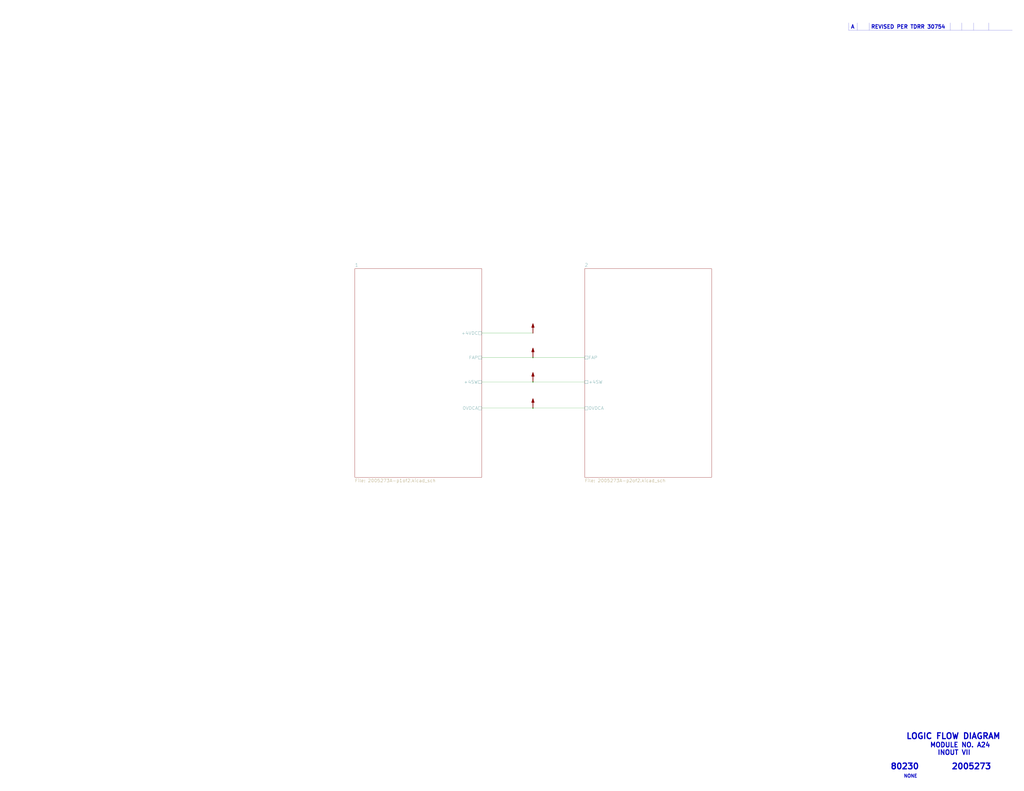
<source format=kicad_sch>
(kicad_sch (version 20211123) (generator eeschema)
  (paper "E")
  (lib_symbols
    (symbol "AGC_DSKY:PWR_FLAG" (power) (pin_numbers hide) (pin_names (offset 0) hide)
      (symbol "PWR_FLAG_0_0"
        (pin power_out line (at 0 0 90) (length 0) (name "pwr") (number "1"))
      )
      (symbol "PWR_FLAG_0_1"
        (polyline (pts (xy 0 0) (xy 0 10.16)) (stroke (width 0.762)))
        (polyline (pts (xy 0 10.16) (xy -1.27 6.35) (xy 1.27 6.35) (xy 0 10.16)) (stroke (width 0.762)) (fill (type outline)))
      )
    )
  )
  (junction (at 581.66 445.77))
  (junction (at 581.66 417.195))
  (junction (at 581.66 390.525))
  (polyline (pts (xy 926.1094 33.02) (xy 1104.9 33.02)) (stroke (width 0.1524) (type solid)))
  (wire (pts (xy 525.78 363.855) (xy 581.66 363.855)))
  (wire (pts (xy 581.66 445.77) (xy 638.175 445.77)))
  (polyline (pts (xy 1062.5074 24.9682) (xy 1062.5074 33.02)) (stroke (width 0.1524) (type solid)))
  (polyline (pts (xy 1078.992 24.9682) (xy 1078.992 33.02)) (stroke (width 0.1524) (type solid)))
  (polyline (pts (xy 935.7106 24.9682) (xy 935.7106 33.02)) (stroke (width 0.1524) (type solid)))
  (wire (pts (xy 525.78 445.77) (xy 581.66 445.77)))
  (polyline (pts (xy 948.69 24.9428) (xy 948.69 32.9946)) (stroke (width 0.1524) (type solid)))
  (polyline (pts (xy 926.1094 24.9682) (xy 926.1094 33.02)) (stroke (width 0.1524) (type solid)))
  (polyline (pts (xy 1049.8074 24.9682) (xy 1049.8074 33.02)) (stroke (width 0.1524) (type solid)))
  (wire (pts (xy 525.78 417.195) (xy 581.66 417.195)))
  (polyline (pts (xy 1037.1074 24.9682) (xy 1037.1074 33.02)) (stroke (width 0.1524) (type solid)))
  (wire (pts (xy 581.66 417.195) (xy 638.175 417.195)))
  (wire (pts (xy 525.78 390.525) (xy 581.66 390.525)))
  (wire (pts (xy 581.66 390.525) (xy 638.175 390.525)))
  (text "LOGIC FLOW DIAGRAM" (at 988.695 807.72 0) (effects (font (size 6.35 6.35) (thickness 1.27) bold) (justify left bottom)))
  (text "80230" (at 971.55 840.74 0) (effects (font (size 6.35 6.35) (thickness 1.27) bold) (justify left bottom)))
  (text "INOUT VII" (at 1022.985 824.865 0) (effects (font (size 5.08 5.08) (thickness 1.016) bold) (justify left bottom)))
  (text "2005273" (at 1038.225 840.74 0) (effects (font (size 6.35 6.35) (thickness 1.27) bold) (justify left bottom)))
  (text "MODULE NO. A24" (at 1014.73 816.61 0) (effects (font (size 5.08 5.08) (thickness 1.016) bold) (justify left bottom)))
  (text "NONE" (at 986.155 849.63 0) (effects (font (size 3.556 3.556) (thickness 0.7112) bold) (justify left bottom)))
  (text "A      REVISED PER TDRR 30754" (at 928.37 31.75 0) (effects (font (size 4.064 4.064) (thickness 0.8128) bold) (justify left bottom)))
  (symbol (lib_id "AGC_DSKY:PWR_FLAG") (at 581.66 363.855 0) (unit 1)
    (property "Reference" "#FLG0104" (effects hide))
    (property "Value" "PWR_FLAG" (effects hide))
  )
  (symbol (lib_id "AGC_DSKY:PWR_FLAG") (at 581.66 445.77 0) (unit 1)
    (property "Reference" "#FLG0103" (effects hide))
    (property "Value" "PWR_FLAG" (effects hide))
  )
  (symbol (lib_id "AGC_DSKY:PWR_FLAG") (at 581.66 417.195 0) (unit 1)
    (property "Reference" "#FLG0102" (effects hide))
    (property "Value" "PWR_FLAG" (effects hide))
  )
  (symbol (lib_id "AGC_DSKY:PWR_FLAG") (at 581.66 390.525 0) (unit 1)
    (property "Reference" "#FLG0101" (effects hide))
    (property "Value" "PWR_FLAG" (effects hide))
  )
  (sheet (at 387.35 293.37) (size 138.43 227.965)
    (property "Sheet name" "1" (at 387.35 291.5154 0) (effects (font (size 3.556 3.556)) (justify left bottom)))
    (property "Sheet file" "2005273A-p1of2.kicad_sch" (at 387.35 522.834 0) (effects (font (size 3.556 3.556)) (justify left top)))
    (pin "0VDCA" passive (at 525.78 445.77 0) (effects (font (size 3.556 3.556))))
    (pin "+4SW" passive (at 525.78 417.195 0) (effects (font (size 3.556 3.556))))
    (pin "FAP" passive (at 525.78 390.525 0) (effects (font (size 3.556 3.556))))
    (pin "+4VDC" passive (at 525.78 363.855 0) (effects (font (size 3.556 3.556))))
  )
  (sheet (at 638.175 293.37) (size 138.43 227.965)
    (property "Sheet name" "2" (at 638.175 291.5154 0) (effects (font (size 3.556 3.556)) (justify left bottom)))
    (property "Sheet file" "2005273A-p2of2.kicad_sch" (at 638.175 522.834 0) (effects (font (size 3.556 3.556)) (justify left top)))
    (pin "0VDCA" passive (at 638.175 445.77 180) (effects (font (size 3.556 3.556))))
    (pin "+4SW" passive (at 638.175 417.195 180) (effects (font (size 3.556 3.556))))
    (pin "FAP" passive (at 638.175 390.525 180) (effects (font (size 3.556 3.556))))
  )
)
</source>
